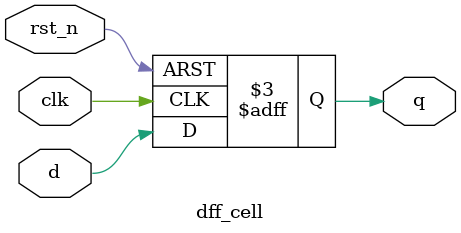
<source format=v>
module dff_cell (
    input clk,
    input rst_n, 
    input d, 
    output reg q
);
    always @(posedge clk or negedge rst_n)
        if (~rst_n)
            q <= 1'b0;
        else
            q <= d;


endmodule
</source>
